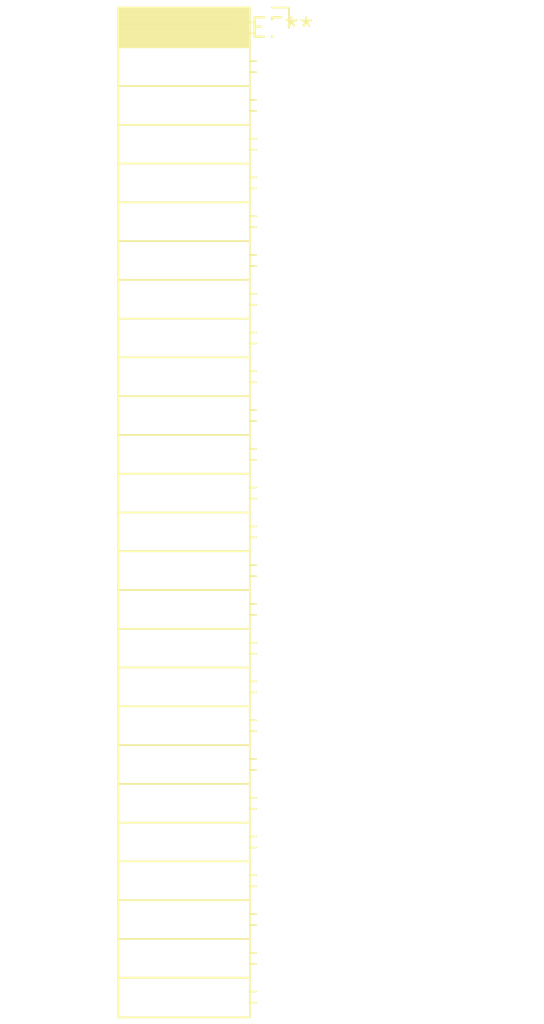
<source format=kicad_pcb>
(kicad_pcb (version 20240108) (generator pcbnew)
  (layers (0 "F.Cu" signal) (31 "B.Cu" signal) (34 "B.Paste" user) (35 "F.Paste" user) (36 "B.SilkS" user "B.Silkscreen") (37 "F.SilkS" user "F.Silkscreen") (38 "B.Mask" user) (39 "F.Mask" user) (44 "Edge.Cuts" user))
  (net 0 "")
  (footprint "PinSocket_1x26_P2.54mm_Horizontal" (layer "F.Cu") (at 0 0)
    (property "Reference" "REF**")
    (property "Value" "PinSocket_1x26_P2.54mm_Horizontal")
    (fp_line (start -10.09 -1.33) (end -10.09 64.83) (layer "F.SilkS") (stroke (width 0.12)))
    (fp_line (start -10.09 -1.33) (end -1.46 -1.33) (layer "F.SilkS") (stroke (width 0.12)))
    (fp_line (start -10.09 -1.21) (end -1.46 -1.21) (layer "F.SilkS") (stroke (width 0.12)))
    (fp_line (start -10.09 -1.091905) (end -1.46 -1.091905) (layer "F.SilkS") (stroke (width 0.12)))
    (fp_line (start -10.09 -0.97381) (end -1.46 -0.97381) (layer "F.SilkS") (stroke (width 0.12)))
    (fp_line (start -10.09 -0.855715) (end -1.46 -0.855715) (layer "F.SilkS") (stroke (width 0.12)))
    (fp_line (start -10.09 -0.73762) (end -1.46 -0.73762) (layer "F.SilkS") (stroke (width 0.12)))
    (fp_line (start -10.09 -0.619525) (end -1.46 -0.619525) (layer "F.SilkS") (stroke (width 0.12)))
    (fp_line (start -10.09 -0.50143) (end -1.46 -0.50143) (layer "F.SilkS") (stroke (width 0.12)))
    (fp_line (start -10.09 -0.383335) (end -1.46 -0.383335) (layer "F.SilkS") (stroke (width 0.12)))
    (fp_line (start -10.09 -0.26524) (end -1.46 -0.26524) (layer "F.SilkS") (stroke (width 0.12)))
    (fp_line (start -10.09 -0.147145) (end -1.46 -0.147145) (layer "F.SilkS") (stroke (width 0.12)))
    (fp_line (start -10.09 -0.02905) (end -1.46 -0.02905) (layer "F.SilkS") (stroke (width 0.12)))
    (fp_line (start -10.09 0.089045) (end -1.46 0.089045) (layer "F.SilkS") (stroke (width 0.12)))
    (fp_line (start -10.09 0.20714) (end -1.46 0.20714) (layer "F.SilkS") (stroke (width 0.12)))
    (fp_line (start -10.09 0.325235) (end -1.46 0.325235) (layer "F.SilkS") (stroke (width 0.12)))
    (fp_line (start -10.09 0.44333) (end -1.46 0.44333) (layer "F.SilkS") (stroke (width 0.12)))
    (fp_line (start -10.09 0.561425) (end -1.46 0.561425) (layer "F.SilkS") (stroke (width 0.12)))
    (fp_line (start -10.09 0.67952) (end -1.46 0.67952) (layer "F.SilkS") (stroke (width 0.12)))
    (fp_line (start -10.09 0.797615) (end -1.46 0.797615) (layer "F.SilkS") (stroke (width 0.12)))
    (fp_line (start -10.09 0.91571) (end -1.46 0.91571) (layer "F.SilkS") (stroke (width 0.12)))
    (fp_line (start -10.09 1.033805) (end -1.46 1.033805) (layer "F.SilkS") (stroke (width 0.12)))
    (fp_line (start -10.09 1.1519) (end -1.46 1.1519) (layer "F.SilkS") (stroke (width 0.12)))
    (fp_line (start -10.09 1.27) (end -1.46 1.27) (layer "F.SilkS") (stroke (width 0.12)))
    (fp_line (start -10.09 3.81) (end -1.46 3.81) (layer "F.SilkS") (stroke (width 0.12)))
    (fp_line (start -10.09 6.35) (end -1.46 6.35) (layer "F.SilkS") (stroke (width 0.12)))
    (fp_line (start -10.09 8.89) (end -1.46 8.89) (layer "F.SilkS") (stroke (width 0.12)))
    (fp_line (start -10.09 11.43) (end -1.46 11.43) (layer "F.SilkS") (stroke (width 0.12)))
    (fp_line (start -10.09 13.97) (end -1.46 13.97) (layer "F.SilkS") (stroke (width 0.12)))
    (fp_line (start -10.09 16.51) (end -1.46 16.51) (layer "F.SilkS") (stroke (width 0.12)))
    (fp_line (start -10.09 19.05) (end -1.46 19.05) (layer "F.SilkS") (stroke (width 0.12)))
    (fp_line (start -10.09 21.59) (end -1.46 21.59) (layer "F.SilkS") (stroke (width 0.12)))
    (fp_line (start -10.09 24.13) (end -1.46 24.13) (layer "F.SilkS") (stroke (width 0.12)))
    (fp_line (start -10.09 26.67) (end -1.46 26.67) (layer "F.SilkS") (stroke (width 0.12)))
    (fp_line (start -10.09 29.21) (end -1.46 29.21) (layer "F.SilkS") (stroke (width 0.12)))
    (fp_line (start -10.09 31.75) (end -1.46 31.75) (layer "F.SilkS") (stroke (width 0.12)))
    (fp_line (start -10.09 34.29) (end -1.46 34.29) (layer "F.SilkS") (stroke (width 0.12)))
    (fp_line (start -10.09 36.83) (end -1.46 36.83) (layer "F.SilkS") (stroke (width 0.12)))
    (fp_line (start -10.09 39.37) (end -1.46 39.37) (layer "F.SilkS") (stroke (width 0.12)))
    (fp_line (start -10.09 41.91) (end -1.46 41.91) (layer "F.SilkS") (stroke (width 0.12)))
    (fp_line (start -10.09 44.45) (end -1.46 44.45) (layer "F.SilkS") (stroke (width 0.12)))
    (fp_line (start -10.09 46.99) (end -1.46 46.99) (layer "F.SilkS") (stroke (width 0.12)))
    (fp_line (start -10.09 49.53) (end -1.46 49.53) (layer "F.SilkS") (stroke (width 0.12)))
    (fp_line (start -10.09 52.07) (end -1.46 52.07) (layer "F.SilkS") (stroke (width 0.12)))
    (fp_line (start -10.09 54.61) (end -1.46 54.61) (layer "F.SilkS") (stroke (width 0.12)))
    (fp_line (start -10.09 57.15) (end -1.46 57.15) (layer "F.SilkS") (stroke (width 0.12)))
    (fp_line (start -10.09 59.69) (end -1.46 59.69) (layer "F.SilkS") (stroke (width 0.12)))
    (fp_line (start -10.09 62.23) (end -1.46 62.23) (layer "F.SilkS") (stroke (width 0.12)))
    (fp_line (start -10.09 64.83) (end -1.46 64.83) (layer "F.SilkS") (stroke (width 0.12)))
    (fp_line (start -1.46 -1.33) (end -1.46 64.83) (layer "F.SilkS") (stroke (width 0.12)))
    (fp_line (start -1.46 -0.36) (end -1.11 -0.36) (layer "F.SilkS") (stroke (width 0.12)))
    (fp_line (start -1.46 0.36) (end -1.11 0.36) (layer "F.SilkS") (stroke (width 0.12)))
    (fp_line (start -1.46 2.18) (end -1.05 2.18) (layer "F.SilkS") (stroke (width 0.12)))
    (fp_line (start -1.46 2.9) (end -1.05 2.9) (layer "F.SilkS") (stroke (width 0.12)))
    (fp_line (start -1.46 4.72) (end -1.05 4.72) (layer "F.SilkS") (stroke (width 0.12)))
    (fp_line (start -1.46 5.44) (end -1.05 5.44) (layer "F.SilkS") (stroke (width 0.12)))
    (fp_line (start -1.46 7.26) (end -1.05 7.26) (layer "F.SilkS") (stroke (width 0.12)))
    (fp_line (start -1.46 7.98) (end -1.05 7.98) (layer "F.SilkS") (stroke (width 0.12)))
    (fp_line (start -1.46 9.8) (end -1.05 9.8) (layer "F.SilkS") (stroke (width 0.12)))
    (fp_line (start -1.46 10.52) (end -1.05 10.52) (layer "F.SilkS") (stroke (width 0.12)))
    (fp_line (start -1.46 12.34) (end -1.05 12.34) (layer "F.SilkS") (stroke (width 0.12)))
    (fp_line (start -1.46 13.06) (end -1.05 13.06) (layer "F.SilkS") (stroke (width 0.12)))
    (fp_line (start -1.46 14.88) (end -1.05 14.88) (layer "F.SilkS") (stroke (width 0.12)))
    (fp_line (start -1.46 15.6) (end -1.05 15.6) (layer "F.SilkS") (stroke (width 0.12)))
    (fp_line (start -1.46 17.42) (end -1.05 17.42) (layer "F.SilkS") (stroke (width 0.12)))
    (fp_line (start -1.46 18.14) (end -1.05 18.14) (layer "F.SilkS") (stroke (width 0.12)))
    (fp_line (start -1.46 19.96) (end -1.05 19.96) (layer "F.SilkS") (stroke (width 0.12)))
    (fp_line (start -1.46 20.68) (end -1.05 20.68) (layer "F.SilkS") (stroke (width 0.12)))
    (fp_line (start -1.46 22.5) (end -1.05 22.5) (layer "F.SilkS") (stroke (width 0.12)))
    (fp_line (start -1.46 23.22) (end -1.05 23.22) (layer "F.SilkS") (stroke (width 0.12)))
    (fp_line (start -1.46 25.04) (end -1.05 25.04) (layer "F.SilkS") (stroke (width 0.12)))
    (fp_line (start -1.46 25.76) (end -1.05 25.76) (layer "F.SilkS") (stroke (width 0.12)))
    (fp_line (start -1.46 27.58) (end -1.05 27.58) (layer "F.SilkS") (stroke (width 0.12)))
    (fp_line (start -1.46 28.3) (end -1.05 28.3) (layer "F.SilkS") (stroke (width 0.12)))
    (fp_line (start -1.46 30.12) (end -1.05 30.12) (layer "F.SilkS") (stroke (width 0.12)))
    (fp_line (start -1.46 30.84) (end -1.05 30.84) (layer "F.SilkS") (stroke (width 0.12)))
    (fp_line (start -1.46 32.66) (end -1.05 32.66) (layer "F.SilkS") (stroke (width 0.12)))
    (fp_line (start -1.46 33.38) (end -1.05 33.38) (layer "F.SilkS") (stroke (width 0.12)))
    (fp_line (start -1.46 35.2) (end -1.05 35.2) (layer "F.SilkS") (stroke (width 0.12)))
    (fp_line (start -1.46 35.92) (end -1.05 35.92) (layer "F.SilkS") (stroke (width 0.12)))
    (fp_line (start -1.46 37.74) (end -1.05 37.74) (layer "F.SilkS") (stroke (width 0.12)))
    (fp_line (start -1.46 38.46) (end -1.05 38.46) (layer "F.SilkS") (stroke (width 0.12)))
    (fp_line (start -1.46 40.28) (end -1.05 40.28) (layer "F.SilkS") (stroke (width 0.12)))
    (fp_line (start -1.46 41) (end -1.05 41) (layer "F.SilkS") (stroke (width 0.12)))
    (fp_line (start -1.46 42.82) (end -1.05 42.82) (layer "F.SilkS") (stroke (width 0.12)))
    (fp_line (start -1.46 43.54) (end -1.05 43.54) (layer "F.SilkS") (stroke (width 0.12)))
    (fp_line (start -1.46 45.36) (end -1.05 45.36) (layer "F.SilkS") (stroke (width 0.12)))
    (fp_line (start -1.46 46.08) (end -1.05 46.08) (layer "F.SilkS") (stroke (width 0.12)))
    (fp_line (start -1.46 47.9) (end -1.05 47.9) (layer "F.SilkS") (stroke (width 0.12)))
    (fp_line (start -1.46 48.62) (end -1.05 48.62) (layer "F.SilkS") (stroke (width 0.12)))
    (fp_line (start -1.46 50.44) (end -1.05 50.44) (layer "F.SilkS") (stroke (width 0.12)))
    (fp_line (start -1.46 51.16) (end -1.05 51.16) (layer "F.SilkS") (stroke (width 0.12)))
    (fp_line (start -1.46 52.98) (end -1.05 52.98) (layer "F.SilkS") (stroke (width 0.12)))
    (fp_line (start -1.46 53.7) (end -1.05 53.7) (layer "F.SilkS") (stroke (width 0.12)))
    (fp_line (start -1.46 55.52) (end -1.05 55.52) (layer "F.SilkS") (stroke (width 0.12)))
    (fp_line (start -1.46 56.24) (end -1.05 56.24) (layer "F.SilkS") (stroke (width 0.12)))
    (fp_line (start -1.46 58.06) (end -1.05 58.06) (layer "F.SilkS") (stroke (width 0.12)))
    (fp_line (start -1.46 58.78) (end -1.05 58.78) (layer "F.SilkS") (stroke (width 0.12)))
    (fp_line (start -1.46 60.6) (end -1.05 60.6) (layer "F.SilkS") (stroke (width 0.12)))
    (fp_line (start -1.46 61.32) (end -1.05 61.32) (layer "F.SilkS") (stroke (width 0.12)))
    (fp_line (start -1.46 63.14) (end -1.05 63.14) (layer "F.SilkS") (stroke (width 0.12)))
    (fp_line (start -1.46 63.86) (end -1.05 63.86) (layer "F.SilkS") (stroke (width 0.12)))
    (fp_line (start 0 -1.33) (end 1.11 -1.33) (layer "F.SilkS") (stroke (width 0.12)))
    (fp_line (start 1.11 -1.33) (end 1.11 0) (layer "F.SilkS") (stroke (width 0.12)))
    (pad "1" thru_hole rect (at 0 0) (size 1.7 1.7) (drill 1) (layers *.Cu *.Mask) (remove_unused_layers))
    (pad "2" thru_hole oval (at 0 2.54) (size 1.7 1.7) (drill 1) (layers *.Cu *.Mask) (remove_unused_layers))
    (pad "3" thru_hole oval (at 0 5.08) (size 1.7 1.7) (drill 1) (layers *.Cu *.Mask) (remove_unused_layers))
    (pad "4" thru_hole oval (at 0 7.62) (size 1.7 1.7) (drill 1) (layers *.Cu *.Mask) (remove_unused_layers))
    (pad "5" thru_hole oval (at 0 10.16) (size 1.7 1.7) (drill 1) (layers *.Cu *.Mask) (remove_unused_layers))
    (pad "6" thru_hole oval (at 0 12.7) (size 1.7 1.7) (drill 1) (layers *.Cu *.Mask) (remove_unused_layers))
    (pad "7" thru_hole oval (at 0 15.24) (size 1.7 1.7) (drill 1) (layers *.Cu *.Mask) (remove_unused_layers))
    (pad "8" thru_hole oval (at 0 17.78) (size 1.7 1.7) (drill 1) (layers *.Cu *.Mask) (remove_unused_layers))
    (pad "9" thru_hole oval (at 0 20.32) (size 1.7 1.7) (drill 1) (layers *.Cu *.Mask) (remove_unused_layers))
    (pad "10" thru_hole oval (at 0 22.86) (size 1.7 1.7) (drill 1) (layers *.Cu *.Mask) (remove_unused_layers))
    (pad "11" thru_hole oval (at 0 25.4) (size 1.7 1.7) (drill 1) (layers *.Cu *.Mask) (remove_unused_layers))
    (pad "12" thru_hole oval (at 0 27.94) (size 1.7 1.7) (drill 1) (layers *.Cu *.Mask) (remove_unused_layers))
    (pad "13" thru_hole oval (at 0 30.48) (size 1.7 1.7) (drill 1) (layers *.Cu *.Mask) (remove_unused_layers))
    (pad "14" thru_hole oval (at 0 33.02) (size 1.7 1.7) (drill 1) (layers *.Cu *.Mask) (remove_unused_layers))
    (pad "15" thru_hole oval (at 0 35.56) (size 1.7 1.7) (drill 1) (layers *.Cu *.Mask) (remove_unused_layers))
    (pad "16" thru_hole oval (at 0 38.1) (size 1.7 1.7) (drill 1) (layers *.Cu *.Mask) (remove_unused_layers))
    (pad "17" thru_hole oval (at 0 40.64) (size 1.7 1.7) (drill 1) (layers *.Cu *.Mask) (remove_unused_layers))
    (pad "18" thru_hole oval (at 0 43.18) (size 1.7 1.7) (drill 1) (layers *.Cu *.Mask) (remove_unused_layers))
    (pad "19" thru_hole oval (at 0 45.72) (size 1.7 1.7) (drill 1) (layers *.Cu *.Mask) (remove_unused_layers))
    (pad "20" thru_hole oval (at 0 48.26) (size 1.7 1.7) (drill 1) (layers *.Cu *.Mask) (remove_unused_layers))
    (pad "21" thru_hole oval (at 0 50.8) (size 1.7 1.7) (drill 1) (layers *.Cu *.Mask) (remove_unused_layers))
    (pad "22" thru_hole oval (at 0 53.34) (size 1.7 1.7) (drill 1) (layers *.Cu *.Mask) (remove_unused_layers))
    (pad "23" thru_hole oval (at 0 55.88) (size 1.7 1.7) (drill 1) (layers *.Cu *.Mask) (remove_unused_layers))
    (pad "24" thru_hole oval (at 0 58.42) (size 1.7 1.7) (drill 1) (layers *.Cu *.Mask) (remove_unused_layers))
    (pad "25" thru_hole oval (at 0 60.96) (size 1.7 1.7) (drill 1) (layers *.Cu *.Mask) (remove_unused_layers))
    (pad "26" thru_hole oval (at 0 63.5) (size 1.7 1.7) (drill 1) (layers *.Cu *.Mask) (remove_unused_layers))
  )
)
</source>
